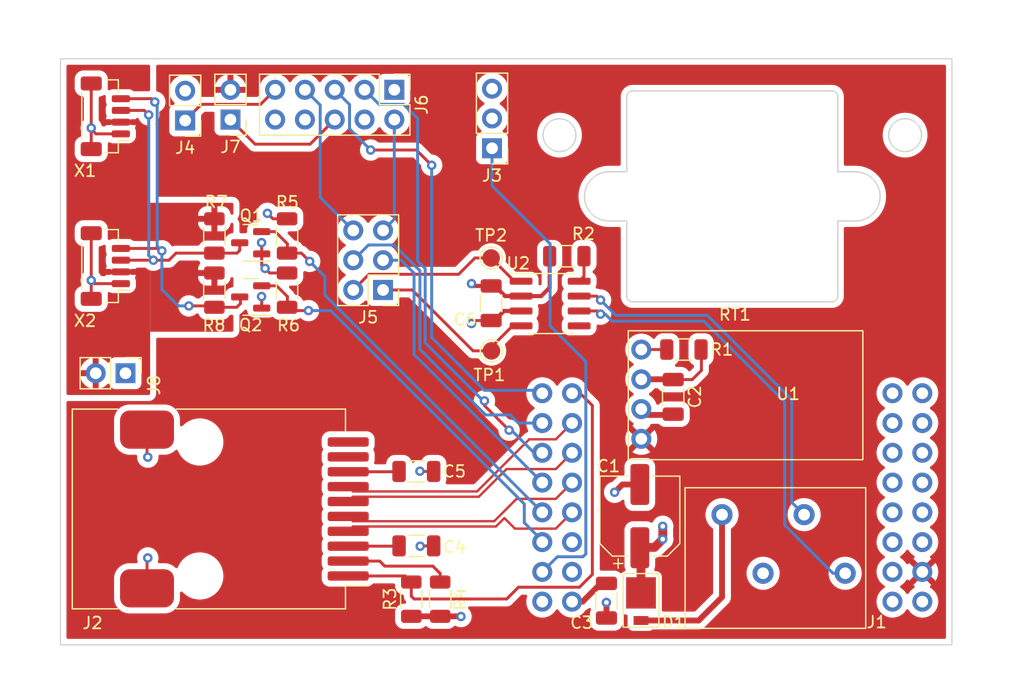
<source format=kicad_pcb>
(kicad_pcb (version 20211014) (generator pcbnew)
  (layers (0 "F.Cu" signal) (1 "In1.Cu" signal) (2 "In2.Cu" signal) (31 "B.Cu" signal) (34 "B.Paste" user) (35 "F.Paste" user) (36 "B.SilkS" user "B.Silkscreen") (37 "F.SilkS" user "F.Silkscreen") (38 "B.Mask" user) (39 "F.Mask" user) (44 "Edge.Cuts" user))
  (net 0 "")
  (net 1 "GND")
  (net 2 "+3.3V")
  (net 3 "Net-(C4-Pad1)")
  (net 4 "Net-(C5-Pad1)")
  (net 5 "+12V")
  (net 6 "/ETH_LED")
  (net 7 "/ETH_TX_P")
  (net 8 "/ETH_TX_N")
  (net 9 "/ETH_RX_P")
  (net 10 "/ETH_RX_N")
  (net 13 "/CAN_H")
  (net 14 "/CAN_L")
  (net 15 "Net-(R1-Pad2)")
  (net 16 "Net-(R2-Pad1)")
  (net 17 "Net-(J4-Pad1)")
  (net 18 "/CAN_TX")
  (net 19 "/SPI_SS_CAN_RX")
  (net 20 "/CAN_RX")
  (net 21 "/SCL")
  (net 22 "/SDA")
  (net 23 "/AIN")
  (net 39 "+5V")
  (net 41 "/SPI_MISO_CAN_TX")
  (net 42 "/SPI_SS")
  (net 43 "/SPI_MISO")
  (net 44 "/SPI_SCLK")
  (net 46 "/SPI_MOSI")
  (net 47 "Net-(J6-Pad6)")
  (net 50 "/I2C_EXT_VDD")
  (net 51 "+BATT")
  (net 52 "/SCL_EXT")
  (net 53 "/SDA_EXT")
  (net 54 "/ETH_AN")
  (footprint "Capacitor_SMD:C_1206_3216Metric" (layer "F.Cu") (at 131.191 74.461 -90)
    (fp_text reference "C2" (at 0 -1.85 90) (layer "F.SilkS"))
    (fp_text value "10u" hide)
    (pad "1" smd roundrect (at -1.475 0 270) (size 1.15 1.8) (layers "F.Cu" "F.Paste" "F.Mask") (roundrect_rratio 0.217391) (net 5 "+12V"))
    (pad "2" smd roundrect (at 1.475 0 270) (size 1.15 1.8) (layers "F.Cu" "F.Paste" "F.Mask") (roundrect_rratio 0.217391) (net 1 "GND"))
  )
  (footprint "Package_TO_SOT_SMD:SOT-23" (layer "F.Cu") (at 95.1738 61.3114 180)
    (fp_text reference "Q1" (at -0.0508 2.3072) (layer "F.SilkS"))
    (fp_text value "BSS138" hide)
    (pad "1" smd roundrect (at -0.9375 -0.95 180) (size 1.475 0.6) (layers "F.Cu" "F.Paste" "F.Mask") (net 2 "+3.3V"))
    (pad "2" smd roundrect (at -0.9375 0.95 180) (size 1.475 0.6) (layers "F.Cu" "F.Paste" "F.Mask") (net 21 "/SCL"))
    (pad "3" smd roundrect (at 0.9375 0 180) (size 1.475 0.6) (layers "F.Cu" "F.Paste" "F.Mask") (net 52 "/SCL_EXT"))
  )
  (footprint "Resistor_SMD:R_1206_3216Metric" (layer "F.Cu") (at 132.1054 70.4224 180)
    (fp_text reference "R1" (at -3.2258 0) (layer "F.SilkS"))
    (fp_text value "10K" hide)
    (pad "1" smd roundrect (at -1.4625 0 180) (size 1.125 1.75) (layers "F.Cu" "F.Paste" "F.Mask") (roundrect_rratio 0.222222) (net 5 "+12V"))
    (pad "2" smd roundrect (at 1.4625 0 180) (size 1.125 1.75) (layers "F.Cu" "F.Paste" "F.Mask") (roundrect_rratio 0.222222) (net 15 "Net-(R1-Pad2)"))
  )
  (footprint "Capacitor_SMD:C_1206_3216Metric" (layer "F.Cu") (at 125.5014 91.8464 90)
    (fp_text reference "C3" (at -1.8796 -2.1082) (layer "F.SilkS"))
    (fp_text value "10u" hide)
    (pad "1" smd roundrect (at -1.475 0 90) (size 1.15 1.8) (layers "F.Cu" "F.Paste" "F.Mask") (roundrect_rratio 0.217391) (net 2 "+3.3V"))
    (pad "2" smd roundrect (at 1.475 0 90) (size 1.15 1.8) (layers "F.Cu" "F.Paste" "F.Mask") (roundrect_rratio 0.217391) (net 1 "GND"))
  )
  (footprint "Appreciate:RT1062" (layer "F.Cu") (at 136.2298 83.0404)
    (fp_text reference "RT1" (at 0.219 -15.6034 unlocked) (layer "F.SilkS"))
    (fp_text value "OPENMV_RT1602" hide)
    (fp_line (start 9 -27.78692) (end 10.5 -27.78692) (layer "Edge.Cuts") (width 0.12))
    (fp_line (start 10.5 -23.58692) (end 9 -23.58692) (layer "Edge.Cuts") (width 0.12))
    (fp_line (start -9 -23.58692) (end -9 -17.18692) (layer "Edge.Cuts") (width 0.12))
    (fp_line (start 9 -34.18692) (end 9 -27.78692) (layer "Edge.Cuts") (width 0.12))
    (fp_line (start -8.5 -34.68692) (end 8.5 -34.68692) (layer "Edge.Cuts") (width 0.12))
    (fp_line (start -8.5 -16.68692) (end 8.5 -16.68692) (layer "Edge.Cuts") (width 0.12))
    (fp_line (start -9 -23.58692) (end -10.5 -23.58692) (layer "Edge.Cuts") (width 0.12))
    (fp_line (start 9 -23.58692) (end 9 -17.18692) (layer "Edge.Cuts") (width 0.12))
    (fp_line (start -9 -34.18692) (end -9 -27.78692) (layer "Edge.Cuts") (width 0.12))
    (fp_line (start -9 -27.78692) (end -10.5 -27.78692) (layer "Edge.Cuts") (width 0.12))
    (fp_arc (start -9 -34.18692) (mid -8.853553 -34.540473) (end -8.5 -34.68692) (layer "Edge.Cuts") (width 0.12))
    (fp_arc (start -8.5 -16.68692) (mid -8.853553 -16.833367) (end -9 -17.18692) (layer "Edge.Cuts") (width 0.12))
    (fp_arc (start 8.5 -34.68692) (mid 8.85356 -34.540475) (end 9 -34.18692) (layer "Edge.Cuts") (width 0.12))
    (fp_arc (start -10.5 -23.58692) (mid -12.6 -25.68692) (end -10.5 -27.78692) (layer "Edge.Cuts") (width 0.12))
    (fp_arc (start 9 -17.18692) (mid 8.85356 -16.833354) (end 8.5 -16.68692) (layer "Edge.Cuts") (width 0.12))
    (fp_arc (start 10.5 -27.78692) (mid 12.6 -25.68692) (end 10.5 -23.58692) (layer "Edge.Cuts") (width 0.12))
    (fp_circle (center 14.732 -30.912) (end 16.132 -30.912) (layer "Edge.Cuts") (width 0.12) (fill none))
    (fp_circle (center -14.732 -30.912) (end -13.332 -30.912) (layer "Edge.Cuts") (width 0.12) (fill none))
    (pad "A1" thru_hole circle (at -16.2 -8.89) (size 1.7 1.7) (drill 1) (layers *.Cu *.Mask) (net 46 "/SPI_MOSI"))
    (pad "A2" thru_hole circle (at -16.2 -6.35) (size 1.7 1.7) (drill 1) (layers *.Cu *.Mask) (net 41 "/SPI_MISO_CAN_TX"))
    (pad "A3" thru_hole circle (at -16.2 -3.81) (size 1.7 1.7) (drill 1) (layers *.Cu *.Mask) (net 44 "/SPI_SCLK"))
    (pad "A4" thru_hole circle (at -16.2 -1.27) (size 1.7 1.7) (drill 1) (layers *.Cu *.Mask) (net 19 "/SPI_SS_CAN_RX"))
    (pad "A5" thru_hole circle (at -16.2 1.27) (size 1.7 1.7) (drill 1) (layers *.Cu *.Mask) (net 21 "/SCL"))
    (pad "A6" thru_hole circle (at -16.2 3.81) (size 1.7 1.7) (drill 1) (layers *.Cu *.Mask) (net 22 "/SDA"))
    (pad "A7" thru_hole circle (at -16.2 6.35) (size 1.7 1.7) (drill 1) (layers *.Cu *.Mask) (net 23 "/AIN"))
    (pad "A8" thru_hole circle (at -16.2 8.89) (size 1.7 1.7) (drill 1) (layers *.Cu *.Mask) (net 2 "+3.3V"))
    (pad "B1" thru_hole circle (at -13.66 -8.89) (size 1.7 1.7) (drill 1) (layers *.Cu *.Mask) (net 6 "/ETH_LED"))
    (pad "B2" thru_hole circle (at -13.66 -6.35) (size 1.7 1.7) (drill 1) (layers *.Cu *.Mask) (net 10 "/ETH_RX_N"))
    (pad "B3" thru_hole circle (at -13.66 -3.81) (size 1.7 1.7) (drill 1) (layers *.Cu *.Mask) (net 9 "/ETH_RX_P"))
    (pad "B4" thru_hole circle (at -13.66 -1.27) (size 1.7 1.7) (drill 1) (layers *.Cu *.Mask) (net 8 "/ETH_TX_N"))
    (pad "B5" thru_hole circle (at -13.66 1.27) (size 1.7 1.7) (drill 1) (layers *.Cu *.Mask) (net 7 "/ETH_TX_P"))
    (pad "B6" thru_hole circle (at -13.66 3.81) (size 1.7 1.7) (drill 1) (layers *.Cu *.Mask))
    (pad "B7" thru_hole circle (at -13.66 6.35) (size 1.7 1.7) (drill 1) (layers *.Cu *.Mask))
    (pad "B8" thru_hole circle (at -13.66 8.89) (size 1.7 1.7) (drill 1) (layers *.Cu *.Mask) (net 1 "GND"))
    (pad "C1" thru_hole circle (at 13.66 -8.89) (size 1.7 1.7) (drill 1) (layers *.Cu *.Mask))
    (pad "C2" thru_hole circle (at 13.66 -6.35) (size 1.7 1.7) (drill 1) (layers *.Cu *.Mask))
    (pad "C3" thru_hole circle (at 13.66 -3.81) (size 1.7 1.7) (drill 1) (layers *.Cu *.Mask))
    (pad "C4" thru_hole circle (at 13.66 -1.27) (size 1.7 1.7) (drill 1) (layers *.Cu *.Mask))
    (pad "C5" thru_hole circle (at 13.66 1.27) (size 1.7 1.7) (drill 1) (layers *.Cu *.Mask))
    (pad "C6" thru_hole circle (at 13.66 3.81) (size 1.7 1.7) (drill 1) (layers *.Cu *.Mask))
    (pad "C7" thru_hole circle (at 13.66 6.35) (size 1.7 1.7) (drill 1) (layers *.Cu *.Mask))
    (pad "C8" thru_hole circle (at 13.66 8.89) (size 1.7 1.7) (drill 1) (layers *.Cu *.Mask) (net 2 "+3.3V"))
    (pad "D1" thru_hole circle (at 16.2 -8.89) (size 1.7 1.7) (drill 1) (layers *.Cu *.Mask))
    (pad "D2" thru_hole circle (at 16.2 -6.35) (size 1.7 1.7) (drill 1) (layers *.Cu *.Mask))
    (pad "D3" thru_hole circle (at 16.2 -3.81) (size 1.7 1.7) (drill 1) (layers *.Cu *.Mask))
    (pad "D4" thru_hole circle (at 16.2 -1.27) (size 1.7 1.7) (drill 1) (layers *.Cu *.Mask))
    (pad "D5" thru_hole circle (at 16.2 1.27) (size 1.7 1.7) (drill 1) (layers *.Cu *.Mask))
    (pad "D6" thru_hole circle (at 16.2 3.81) (size 1.7 1.7) (drill 1) (layers *.Cu *.Mask))
    (pad "D7" thru_hole circle (at 16.2 6.35) (size 1.7 1.7) (drill 1) (layers *.Cu *.Mask) (net 39 "+5V"))
    (pad "D8" thru_hole circle (at 16.2 8.89) (size 1.7 1.7) (drill 1) (layers *.Cu *.Mask) (net 1 "GND"))
  )
  (footprint "Resistor_SMD:R_1206_3216Metric" (layer "F.Cu") (at 98.2726 65.3542 -90)
    (fp_text reference "R6" (at 2.9972 -0.127 180) (layer "F.SilkS"))
    (fp_text value "10K" hide)
    (pad "1" smd roundrect (at -1.4625 0 270) (size 1.125 1.75) (layers "F.Cu" "F.Paste" "F.Mask") (roundrect_rratio 0.222222) (net 2 "+3.3V"))
    (pad "2" smd roundrect (at 1.4625 0 270) (size 1.125 1.75) (layers "F.Cu" "F.Paste" "F.Mask") (roundrect_rratio 0.222222) (net 22 "/SDA"))
  )
  (footprint "Capacitor_SMD:C_1206_3216Metric" (layer "F.Cu") (at 115.6716 66.4718 90)
    (fp_text reference "C6" (at -1.397 -2.2098) (layer "F.SilkS"))
    (fp_text value "0.1U" hide)
    (pad "1" smd roundrect (at -1.475 0 90) (size 1.15 1.8) (layers "F.Cu" "F.Paste" "F.Mask") (roundrect_rratio 0.217391) (net 2 "+3.3V"))
    (pad "2" smd roundrect (at 1.475 0 90) (size 1.15 1.8) (layers "F.Cu" "F.Paste" "F.Mask") (roundrect_rratio 0.217391) (net 1 "GND"))
  )
  (footprint "Resistor_SMD:R_1206_3216Metric" (layer "F.Cu") (at 98.2726 60.7314 -90)
    (fp_text reference "R5" (at -2.8702 -0.0254 180) (layer "F.SilkS"))
    (fp_text value "10K" hide)
    (pad "1" smd roundrect (at -1.4625 0 270) (size 1.125 1.75) (layers "F.Cu" "F.Paste" "F.Mask") (roundrect_rratio 0.222222) (net 2 "+3.3V"))
    (pad "2" smd roundrect (at 1.4625 0 270) (size 1.125 1.75) (layers "F.Cu" "F.Paste" "F.Mask") (roundrect_rratio 0.222222) (net 21 "/SCL"))
  )
  (footprint "Resistor_SMD:R_1206_3216Metric" (layer "F.Cu") (at 122.1232 62.4586 180)
    (fp_text reference "R2" (at -1.4117 1.905) (layer "F.SilkS"))
    (fp_text value "10K" hide)
    (pad "1" smd roundrect (at -1.4625 0 180) (size 1.125 1.75) (layers "F.Cu" "F.Paste" "F.Mask") (roundrect_rratio 0.222222) (net 16 "Net-(R2-Pad1)"))
    (pad "2" smd roundrect (at 1.4625 0 180) (size 1.125 1.75) (layers "F.Cu" "F.Paste" "F.Mask") (roundrect_rratio 0.222222) (net 1 "GND"))
  )
  (footprint "Resistor_SMD:R_1206_3216Metric" (layer "F.Cu") (at 111.3282 91.7194 90)
    (fp_text reference "R4" (at 0 1.7018 90) (layer "F.SilkS"))
    (fp_text value "220" hide)
    (pad "1" smd roundrect (at -1.4625 0 90) (size 1.125 1.75) (layers "F.Cu" "F.Paste" "F.Mask") (roundrect_rratio 0.222222) (net 2 "+3.3V"))
    (pad "2" smd roundrect (at 1.4625 0 90) (size 1.125 1.75) (layers "F.Cu" "F.Paste" "F.Mask") (roundrect_rratio 0.222222) (net 54 "/ETH_AN"))
  )
  (footprint "Connector_PinHeader_2.54mm:PinHeader_1x02_P2.54mm_Vertical" (layer "F.Cu") (at 84.5 72.4408 -90)
    (fp_text reference "J8" (at 1.016 -2.4334 90) (layer "F.SilkS"))
    (fp_text value "Conn_01x02" hide)
    (pad "1" thru_hole rect (at 0 0 270) (size 1.7 1.7) (drill 1) (layers *.Cu *.Mask) (net 2 "+3.3V"))
    (pad "2" thru_hole oval (at 0 2.54 270) (size 1.7 1.7) (drill 1) (layers *.Cu *.Mask) (net 50 "/I2C_EXT_VDD"))
  )
  (footprint "Capacitor_SMD:C_1206_3216Metric" (layer "F.Cu") (at 109.2962 87.1728)
    (fp_text reference "C4" (at 3.2512 0.1016) (layer "F.SilkS"))
    (fp_text value "0.1u" hide)
    (pad "1" smd roundrect (at -1.475 0) (size 1.15 1.8) (layers "F.Cu" "F.Paste" "F.Mask") (roundrect_rratio 0.217391) (net 3 "Net-(C4-Pad1)"))
    (pad "2" smd roundrect (at 1.475 0) (size 1.15 1.8) (layers "F.Cu" "F.Paste" "F.Mask") (roundrect_rratio 0.217391) (net 1 "GND"))
  )
  (footprint "Resistor_SMD:R_1206_3216Metric" (layer "F.Cu") (at 108.8644 91.7194 90)
    (fp_text reference "R3" (at 0 -1.82 90) (layer "F.SilkS"))
    (fp_text value "4K7" hide)
    (pad "1" smd roundrect (at -1.4625 0 90) (size 1.125 1.75) (layers "F.Cu" "F.Paste" "F.Mask") (roundrect_rratio 0.222222) (net 2 "+3.3V"))
    (pad "2" smd roundrect (at 1.4625 0 90) (size 1.125 1.75) (layers "F.Cu" "F.Paste" "F.Mask") (roundrect_rratio 0.222222) (net 6 "/ETH_LED"))
  )
  (footprint "Appreciate:DO-216" (layer "F.Cu") (at 128.4478 92.837 -90)
    (fp_text reference "D1" (at 0.8636 -2.7686 unlocked) (layer "F.SilkS"))
    (fp_text value "UPR20e3" hide)
    (pad "1" smd rect (at -1.655 0 270) (size 2.67 2.54) (layers "F.Cu" "F.Paste" "F.Mask") (net 5 "+12V"))
    (pad "2" smd rect (at 0.7 0 270) (size 0.76 1.27) (layers "F.Cu" "F.Paste" "F.Mask") (net 51 "+BATT"))
  )
  (footprint "Resistor_SMD:R_1206_3216Metric" (layer "F.Cu") (at 92.075 60.7314 -90)
    (fp_text reference "R7" (at -2.8956 -0.1524 180) (layer "F.SilkS"))
    (fp_text value "10K" hide)
    (pad "1" smd roundrect (at -1.4625 0 270) (size 1.125 1.75) (layers "F.Cu" "F.Paste" "F.Mask") (roundrect_rratio 0.222222) (net 50 "/I2C_EXT_VDD"))
    (pad "2" smd roundrect (at 1.4625 0 270) (size 1.125 1.75) (layers "F.Cu" "F.Paste" "F.Mask") (roundrect_rratio 0.222222) (net 52 "/SCL_EXT"))
  )
  (footprint "Connector_JST:JST_SH_BM04B-SRSS-TB_1x04-1MP_P1.00mm_Vertical" (layer "F.Cu") (at 82.7786 50.5206 90)
    (fp_text reference "X1" (at -4.6482 -1.7272 180) (layer "F.SilkS"))
    (fp_text value "STEMMA_I2C_QT" hide)
    (pad "1" smd roundrect (at -1.5 1.325 90) (size 0.6 1.55) (layers "F.Cu" "F.Paste" "F.Mask") (net 1 "GND"))
    (pad "2" smd roundrect (at -0.5 1.325 90) (size 0.6 1.55) (layers "F.Cu" "F.Paste" "F.Mask") (net 50 "/I2C_EXT_VDD"))
    (pad "3" smd roundrect (at 0.5 1.325 90) (size 0.6 1.55) (layers "F.Cu" "F.Paste" "F.Mask") (net 52 "/SCL_EXT"))
    (pad "4" smd roundrect (at 1.5 1.325 90) (size 0.6 1.55) (layers "F.Cu" "F.Paste" "F.Mask") (net 53 "/SDA_EXT"))
    (pad "MP" smd roundrect (at -2.8 -1.2 90) (size 1.2 1.8) (layers "F.Cu" "F.Paste" "F.Mask") (roundrect_rratio 0.208333) (net 1 "GND"))
    (pad "MP" smd roundrect (at 2.8 -1.2 90) (size 1.2 1.8) (layers "F.Cu" "F.Paste" "F.Mask") (roundrect_rratio 0.208333) (net 1 "GND"))
  )
  (footprint "Capacitor_SMD:C_1206_3216Metric" (layer "F.Cu") (at 109.2962 80.8228)
    (fp_text reference "C5" (at 3.2512 0) (layer "F.SilkS"))
    (fp_text value "0.1u" hide)
    (pad "1" smd roundrect (at -1.475 0) (size 1.15 1.8) (layers "F.Cu" "F.Paste" "F.Mask") (roundrect_rratio 0.217391) (net 4 "Net-(C5-Pad1)"))
    (pad "2" smd roundrect (at 1.475 0) (size 1.15 1.8) (layers "F.Cu" "F.Paste" "F.Mask") (roundrect_rratio 0.217391) (net 1 "GND"))
  )
  (footprint "Connector_JST:JST_SH_BM04B-SRSS-TB_1x04-1MP_P1.00mm_Vertical" (layer "F.Cu") (at 82.7786 63.2968 90)
    (fp_text reference "X2" (at -4.6736 -1.7272 180) (layer "F.SilkS"))
    (fp_text value "STEMMA_I2C_QT" hide)
    (pad "1" smd roundrect (at -1.5 1.325 90) (size 0.6 1.55) (layers "F.Cu" "F.Paste" "F.Mask") (net 1 "GND"))
    (pad "2" smd roundrect (at -0.5 1.325 90) (size 0.6 1.55) (layers "F.Cu" "F.Paste" "F.Mask") (net 50 "/I2C_EXT_VDD"))
    (pad "3" smd roundrect (at 0.5 1.325 90) (size 0.6 1.55) (layers "F.Cu" "F.Paste" "F.Mask") (net 52 "/SCL_EXT"))
    (pad "4" smd roundrect (at 1.5 1.325 90) (size 0.6 1.55) (layers "F.Cu" "F.Paste" "F.Mask") (net 53 "/SDA_EXT"))
    (pad "MP" smd roundrect (at 2.8 -1.2 90) (size 1.2 1.8) (layers "F.Cu" "F.Paste" "F.Mask") (roundrect_rratio 0.208333) (net 1 "GND"))
    (pad "MP" smd roundrect (at -2.8 -1.2 90) (size 1.2 1.8) (layers "F.Cu" "F.Paste" "F.Mask") (roundrect_rratio 0.208333) (net 1 "GND"))
  )
  (footprint "Package_SO:SOIC-8_3.9x4.9mm_P1.27mm" (layer "F.Cu") (at 120.7008 66.4972)
    (fp_text reference "U2" (at -2.7178 -3.429) (layer "F.SilkS"))
    (fp_text value "SN65HVD230" hide)
    (pad "1" smd roundrect (at -2.475 -1.905) (size 1.95 0.6) (layers "F.Cu" "F.Paste" "F.Mask") (net 18 "/CAN_TX"))
    (pad "2" smd roundrect (at -2.475 -0.635) (size 1.95 0.6) (layers "F.Cu" "F.Paste" "F.Mask") (net 1 "GND"))
    (pad "3" smd roundrect (at -2.475 0.635) (size 1.95 0.6) (layers "F.Cu" "F.Paste" "F.Mask") (net 2 "+3.3V"))
    (pad "4" smd roundrect (at -2.475 1.905) (size 1.95 0.6) (layers "F.Cu" "F.Paste" "F.Mask") (net 20 "/CAN_RX"))
    (pad "5" smd roundrect (at 2.475 1.905) (size 1.95 0.6) (layers "F.Cu" "F.Paste" "F.Mask"))
    (pad "6" smd roundrect (at 2.475 0.635) (size 1.95 0.6) (layers "F.Cu" "F.Paste" "F.Mask") (net 14 "/CAN_L"))
    (pad "7" smd roundrect (at 2.475 -0.635) (size 1.95 0.6) (layers "F.Cu" "F.Paste" "F.Mask") (net 13 "/CAN_H"))
    (pad "8" smd roundrect (at 2.475 -1.905) (size 1.95 0.6) (layers "F.Cu" "F.Paste" "F.Mask") (net 16 "Net-(R2-Pad1)"))
  )
  (footprint "TestPoint:TestPoint_Pad_D1.5mm" (layer "F.Cu") (at 115.697 70.5358 180)
    (fp_text reference "TP1" (at 0.1746 -2.0574) (layer "F.SilkS"))
    (fp_text value "RX" hide)
    (pad "1" smd circle (at 0 0 180) (size 1.5 1.5) (layers "F.Cu" "F.Mask") (net 20 "/CAN_RX"))
  )
  (footprint "TestPoint:TestPoint_Pad_D1.5mm" (layer "F.Cu") (at 115.6716 62.611 180)
    (fp_text reference "TP2" (at 0 1.9304) (layer "F.SilkS"))
    (fp_text value "TX" hide)
    (pad "1" smd circle (at 0 0 180) (size 1.5 1.5) (layers "F.Cu" "F.Mask") (net 18 "/CAN_TX"))
  )
  (footprint "Appreciate:WAGO 250-204" (layer "F.Cu") (at 133.6548 94.2086)
    (fp_text reference "J1" (at 14.8844 -0.5334 unlocked) (layer "F.SilkS"))
    (fp_text value "WAGO_250-204" hide)
    (pad "1" thru_hole circle (at 1.7 -9.7) (size 1.8 1.8) (drill 1) (layers *.Cu *.Mask) (net 51 "+BATT"))
    (pad "2" thru_hole circle (at 5.2 -4.7) (size 1.8 1.8) (drill 1) (layers *.Cu *.Mask) (net 1 "GND"))
    (pad "3" thru_hole circle (at 8.7 -9.7) (size 1.8 1.8) (drill 1) (layers *.Cu *.Mask) (net 13 "/CAN_H"))
    (pad "4" thru_hole circle (at 12.2 -4.7) (size 1.8 1.8) (drill 1) (layers *.Cu *.Mask) (net 14 "/CAN_L"))
  )
  (footprint "Connector_PinHeader_2.54mm:PinHeader_1x02_P2.54mm_Vertical" (layer "F.Cu") (at 93.4466 50.805 180)
    (fp_text reference "J7" (at 0 -2.33) (layer "F.SilkS"))
    (fp_text value "Conn_01x02" hide)
    (pad "1" thru_hole rect (at 0 0 180) (size 1.7 1.7) (drill 1) (layers *.Cu *.Mask) (net 47 "Net-(J6-Pad6)"))
    (pad "2" thru_hole oval (at 0 2.54 180) (size 1.7 1.7) (drill 1) (layers *.Cu *.Mask) (net 39 "+5V"))
  )
  (footprint "Connector_PinHeader_2.54mm:PinHeader_2x03_P2.54mm_Vertical" (layer "F.Cu") (at 106.4564 65.3392 180)
    (fp_text reference "J5" (at 1.27 -2.33) (layer "F.SilkS"))
    (fp_text value "Conn_02x03_Odd_Even" hide)
    (pad "1" thru_hole rect (at 0 0 180) (size 1.7 1.7) (drill 1) (layers *.Cu *.Mask) (net 20 "/CAN_RX"))
    (pad "2" thru_hole oval (at 2.54 0 180) (size 1.7 1.7) (drill 1) (layers *.Cu *.Mask) (net 18 "/CAN_TX"))
    (pad "3" thru_hole oval (at 0 2.54 180) (size 1.7 1.7) (drill 1) (layers *.Cu *.Mask) (net 19 "/SPI_SS_CAN_RX"))
    (pad "4" thru_hole oval (at 2.54 2.54 180) (size 1.7 1.7) (drill 1) (layers *.Cu *.Mask) (net 41 "/SPI_MISO_CAN_TX"))
    (pad "5" thru_hole oval (at 0 5.08 180) (size 1.7 1.7) (drill 1) (layers *.Cu *.Mask) (net 42 "/SPI_SS"))
    (pad "6" thru_hole oval (at 2.54 5.08 180) (size 1.7 1.7) (drill 1) (layers *.Cu *.Mask) (net 43 "/SPI_MISO"))
  )
  (footprint "Appreciate:Weewooday-820" (layer "F.Cu") (at 133.5532 74.2324)
    (fp_text reference "U1" (at 7.4422 -0.0254 unlocked) (layer "F.SilkS"))
    (fp_text value "Weewooday-820" hide)
    (pad "1" thru_hole circle (at -5.08 -3.81) (size 1.7 1.7) (drill 1) (layers *.Cu *.Mask) (net 15 "Net-(R1-Pad2)"))
    (pad "2" thru_hole circle (at -5.08 -1.27) (size 1.7 1.7) (drill 1) (layers *.Cu *.Mask) (net 5 "+12V"))
    (pad "3" thru_hole circle (at -5.08 1.27) (size 1.7 1.7) (drill 1) (layers *.Cu *.Mask) (net 1 "GND"))
    (pad "4" thru_hole circle (at -5.08 3.81) (size 1.7 1.7) (drill 1) (layers *.Cu *.Mask) (net 39 "+5V"))
  )
  (footprint "Connector_PinHeader_2.54mm:PinHeader_1x02_P2.54mm_Vertical" (layer "F.Cu") (at 89.5858 50.8812 180)
    (fp_text reference "J4" (at 0 -2.33) (layer "F.SilkS"))
    (fp_text value "Conn_01x02" hide)
    (pad "1" thru_hole rect (at 0 0 180) (size 1.7 1.7) (drill 1) (layers *.Cu *.Mask) (net 17 "Net-(J4-Pad1)"))
    (pad "2" thru_hole oval (at 0 2.54 180) (size 1.7 1.7) (drill 1) (layers *.Cu *.Mask) (net 2 "+3.3V"))
  )
  (footprint "Capacitor_SMD:CP_Elec_6.3x7.7" (layer "F.Cu") (at 128.3462 84.6328 90)
    (fp_text reference "C1" (at 4.2672 -2.667 180) (layer "F.SilkS"))
    (fp_text value "220u" hide)
    (pad "1" smd roundrect (at -2.7 0 90) (size 3.5 1.6) (layers "F.Cu" "F.Paste" "F.Mask") (roundrect_rratio 0.15625) (net 5 "+12V"))
    (pad "2" smd roundrect (at 2.7 0 90) (size 3.5 1.6) (layers "F.Cu" "F.Paste" "F.Mask") (roundrect_rratio 0.15625) (net 1 "GND"))
  )
  (footprint "Connector_PinHeader_2.54mm:PinHeader_1x03_P2.54mm_Vertical" (layer "F.Cu") (at 115.7478 53.2488 180)
    (fp_text reference "J3" (at 0 -2.33) (layer "F.SilkS"))
    (fp_text value "Conn_01x03" hide)
    (pad "1" thru_hole rect (at 0 0 180) (size 1.7 1.7) (drill 1) (layers *.Cu *.Mask) (net 23 "/AIN"))
    (pad "2" thru_hole oval (at 0 2.54 180) (size 1.7 1.7) (drill 1) (layers *.Cu *.Mask) (net 2 "+3.3V"))
    (pad "3" thru_hole oval (at 0 5.08 180) (size 1.7 1.7) (drill 1) (layers *.Cu *.Mask) (net 1 "GND"))
  )
  (footprint "Connector_RJ:RJ45_Pulse_JXD6-0001NL_Horizontal" (layer "F.Cu") (at 91.6092 84.0232 180)
    (fp_text reference "J2" (at 9.9228 -9.7282) (layer "F.SilkS"))
    (fp_text value "Pulse_JXD6-0001NL" hide)
    (pad "" np_thru_hole circle (at 0.775 -5.715 180) (size 3 3) (drill 3) (layers *.Cu *.Mask))
    (pad "" np_thru_hole circle (at 0.775 5.715 180) (size 3 3) (drill 3) (layers *.Cu *.Mask))
    (pad "1" smd roundrect (at -11.875 -5.715 180) (size 3.5 0.8) (layers "F.Cu" "F.Paste" "F.Mask") (net 6 "/ETH_LED"))
    (pad "2" smd roundrect (at -11.875 -4.445 180) (size 3.5 0.8) (layers "F.Cu" "F.Paste" "F.Mask") (net 54 "/ETH_AN"))
    (pad "3" smd roundrect (at -11.875 -3.175 180) (size 3.5 0.8) (layers "F.Cu" "F.Paste" "F.Mask") (net 3 "Net-(C4-Pad1)"))
    (pad "4" smd roundrect (at -11.875 -1.905 180) (size 3.5 0.8) (layers "F.Cu" "F.Paste" "F.Mask") (net 7 "/ETH_TX_P"))
    (pad "5" smd roundrect (at -11.875 -0.635 180) (size 3.5 0.8) (layers "F.Cu" "F.Paste" "F.Mask") (net 8 "/ETH_TX_N"))
    (pad "6" smd roundrect (at -11.875 0.635 180) (size 3.5 0.8) (layers "F.Cu" "F.Paste" "F.Mask") (net 9 "/ETH_RX_P"))
    (pad "7" smd roundrect (at -11.875 1.905 180) (size 3.5 0.8) (layers "F.Cu" "F.Paste" "F.Mask") (net 10 "/ETH_RX_N"))
    (pad "8" smd roundrect (at -11.875 3.175 180) (size 3.5 0.8) (layers "F.Cu" "F.Paste" "F.Mask") (net 4 "Net-(C5-Pad1)"))
    (pad "9" smd roundrect (at -11.875 4.445 180) (size 3.5 0.8) (layers "F.Cu" "F.Paste" "F.Mask"))
    (pad "10" smd roundrect (at -11.875 5.715 180) (size 3.5 0.8) (layers "F.Cu" "F.Paste" "F.Mask"))
    (pad "SH" smd roundrect (at 5.275 6.77 180) (size 4.6 3.26) (layers "F.Cu" "F.Paste" "F.Mask") (net 1 "GND"))
    (pad "SH" smd roundrect (at 5.275 -6.77 180) (size 4.6 3.26) (layers "F.Cu" "F.Paste" "F.Mask") (net 1 "GND"))
  )
  (footprint "Connector_PinHeader_2.54mm:PinHeader_2x05_P2.54mm_Vertical" (layer "F.Cu") (at 107.4166 48.26 -90)
    (fp_text reference "J6" (at 1.27 -2.33 90) (layer "F.SilkS"))
    (fp_text value "Conn_02x05_Odd_Even" hide)
    (pad "1" thru_hole rect (at 0 0 270) (size 1.7 1.7) (drill 1) (layers *.Cu *.Mask) (net 1 "GND"))
    (pad "2" thru_hole oval (at 2.54 0 270) (size 1.7 1.7) (drill 1) (layers *.Cu *.Mask) (net 42 "/SPI_SS"))
    (pad "3" thru_hole oval (at 0 2.54 270) (size 1.7 1.7) (drill 1) (layers *.Cu *.Mask) (net 44 "/SPI_SCLK"))
    (pad "4" thru_hole oval (at 2.54 2.54 270) (size 1.7 1.7) (drill 1) (layers *.Cu *.Mask))
    (pad "5" thru_hole oval (at 0 5.08 270) (size 1.7 1.7) (drill 1) (layers *.Cu *.Mask) (net 46 "/SPI_MOSI"))
    (pad "6" thru_hole oval (at 2.54 5.08 270) (size 1.7 1.7) (drill 1) (layers *.Cu *.Mask) (net 47 "Net-(J6-Pad6)"))
    (pad "7" thru_hole oval (at 0 7.62 270) (size 1.7 1.7) (drill 1) (layers *.Cu *.Mask) (net 43 "/SPI_MISO"))
    (pad "8" thru_hole oval (at 2.54 7.62 270) (size 1.7 1.7) (drill 1) (layers *.Cu *.Mask))
    (pad "9" thru_hole oval (at 0 10.16 270) (size 1.7 1.7) (drill 1) (layers *.Cu *.Mask) (net 17 "Net-(J4-Pad1)"))
    (pad "10" thru_hole oval (at 2.54 10.16 270) (size 1.7 1.7) (drill 1) (layers *.Cu *.Mask))
  )
  (footprint "Resistor_SMD:R_1206_3216Metric" (layer "F.Cu") (at 92.075 65.3542 -90)
    (fp_text reference "R8" (at 2.9972 0.0254 180) (layer "F.SilkS"))
    (fp_text value "10K" hide)
    (pad "1" smd roundrect (at -1.4625 0 270) (size 1.125 1.75) (layers "F.Cu" "F.Paste" "F.Mask") (roundrect_rratio 0.222222) (net 50 "/I2C_EXT_VDD"))
    (pad "2" smd roundrect (at 1.4625 0 270) (size 1.125 1.75) (layers "F.Cu" "F.Paste" "F.Mask") (roundrect_rratio 0.222222) (net 53 "/SDA_EXT"))
  )
  (footprint "Package_TO_SOT_SMD:SOT-23" (layer "F.Cu") (at 95.1738 65.9342 180)
    (fp_text reference "Q2" (at 0 -2.4) (layer "F.SilkS"))
    (fp_text value "BSS138" hide)
    (pad "1" smd roundrect (at -0.9375 -0.95 180) (size 1.475 0.6) (layers "F.Cu" "F.Paste" "F.Mask") (net 2 "+3.3V"))
    (pad "2" smd roundrect (at -0.9375 0.95 180) (size 1.475 0.6) (layers "F.Cu" "F.Paste" "F.Mask") (net 22 "/SDA"))
    (pad "3" smd roundrect (at 0.9375 0 180) (size 1.475 0.6) (layers "F.Cu" "F.Paste" "F.Mask") (net 53 "/SDA_EXT"))
  )
  (gr_rect (start 78.9574 45.615) (end 154.9574 95.615) (layer "Edge.Cuts") (width 0.1) (fill none))
  (segment (start 86.3342 77.2532) (end 86.3342 79.5342) (width 0.25) (layer "F.Cu") (net 1))
  (segment (start 115.6716 64.9968) (end 114.1968 64.9968) (width 0.35) (layer "F.Cu") (net 1))
  (segment (start 131.127 76) (end 131.191 75.936) (width 0.5) (layer "F.Cu") (net 1))
  (segment (start 128.5024 75.5024) (end 129 76) (width 0.5) (layer "F.Cu") (net 1))
  (segment (start 84.1036 64.7968) (end 81.854 64.7968) (width 0.25) (layer "F.Cu") (net 1))
  (segment (start 86.3342 88.2658) (end 86.4 88.2) (width 0.25) (layer "F.Cu") (net 1))
  (segment (start 126.8672 81.9328) (end 126.2 82.6) (width 0.5) (layer "F.Cu") (net 1))
  (segment (start 86.3342 79.5342) (end 86.4 79.6) (width 0.25) (layer "F.Cu") (net 1))
  (segment (start 81.5786 64.5214) (end 81.5786 66.0968) (width 0.25) (layer "F.Cu") (net 1))
  (segment (start 128.3462 81.9328) (end 126.8672 81.9328) (width 0.5) (layer "F.Cu") (net 1))
  (segment (start 81.5786 51.5214) (end 81.5786 51.6214) (width 0.25) (layer "F.Cu") (net 1))
  (segment (start 123.4696 91.9304) (end 125.0286 90.3714) (width 0.5) (layer "F.Cu") (net 1))
  (segment (start 129 76) (end 131.127 76) (width 0.5) (layer "F.Cu") (net 1))
  (segment (start 109.6517 87.1728) (end 109.6245 87.2) (width 0.25) (layer "F.Cu") (net 1))
  (segment (start 115.6716 64.9968) (end 115.9968 64.9968) (width 0.35) (layer "F.Cu") (net 1))
  (segment (start 86.3342 90.7932) (end 86.3342 88.2658) (width 0.25) (layer "F.Cu") (net 1))
  (segment (start 122.5698 91.9304) (end 123.4696 91.9304) (width 0.5) (layer "F.Cu") (net 1))
  (segment (start 110.7712 87.1728) (end 109.6517 87.1728) (width 0.25) (layer "F.Cu") (net 1))
  (segment (start 128.4732 75.5024) (end 128.5024 75.5024) (width 0.25) (layer "F.Cu") (net 1))
  (segment (start 125.0286 90.3714) (end 125.5014 90.3714) (width 0.5) (layer "F.Cu") (net 1))
  (segment (start 81.5786 51.6214) (end 81.5786 53.3206) (width 0.25) (layer "F.Cu") (net 1))
  (segment (start 120.6607 62.4586) (end 120.6607 65.1393) (width 0.35) (layer "F.Cu") (net 1))
  (segment (start 119.9378 65.8622) (end 118.2258 65.8622) (width 0.35) (layer "F.Cu") (net 1))
  (segment (start 84.1036 52.0206) (end 81.9778 52.0206) (width 0.25) (layer "F.Cu") (net 1))
  (segment (start 81.9778 52.0206) (end 81.5786 51.6214) (width 0.25) (layer "F.Cu") (net 1))
  (segment (start 114.1968 64.9968) (end 114 64.8) (width 0.25) (layer "F.Cu") (net 1))
  (segment (start 81.5786 47.7206) (end 81.5786 51.5214) (width 0.25) (layer "F.Cu") (net 1))
  (segment (start 81.5786 60.4968) (end 81.5786 64.5214) (width 0.25) (layer "F.Cu") (net 1))
  (segment (start 120.6607 65.1393) (end 119.9378 65.8622) (width 0.35) (layer "F.Cu") (net 1))
  (segment (start 110.7712 80.8228) (end 109.6228 80.8228) (width 0.25) (layer "F.Cu") (net 1))
  (segment (start 109.6228 80.8228) (end 109.6 80.8) (width 0.25) (layer "F.Cu") (net 1))
  (segment (start 115.9968 64.9968) (end 116.8622 65.8622) (width 0.35) (layer "F.Cu") (net 1))
  (segment (start 116.8622 65.8622) (end 118.2258 65.8622) (width 0.35) (layer "F.Cu") (net 1))
  (segment (start 81.854 64.7968) (end 81.5786 64.5214) (width 0.25) (layer "F.Cu") (net 1))
  (via (at 109.6245 87.2) (size 0.8) (drill 0.4) (layers "F.Cu" "B.Cu") (net 1))
  (via (at 81.5786 51.5214) (size 0.8) (drill 0.4) (layers "F.Cu" "B.Cu") (net 1))
  (via (at 81.5786 64.5214) (size 0.8) (drill 0.4) (layers "F.Cu" "B.Cu") (net 1))
  (via (at 86.4 79.6) (size 0.8) (drill 0.4) (layers "F.Cu" "B.Cu") (net 1))
  (via (at 86.4 88.2) (size 0.8) (drill 0.4) (layers "F.Cu" "B.Cu") (net 1))
  (via (at 126.2 82.6) (size 0.8) (drill 0.4) (layers "F.Cu" "B.Cu") (net 1))
  (via (at 109.6 80.8) (size 0.8) (drill 0.4) (layers "F.Cu" "B.Cu") (net 1))
  (via (at 114 64.8) (size 0.8) (drill 0.4) (layers "F.Cu" "B.Cu") (net 1))
  (segment (start 111.3282 93.1819) (end 113.0819 93.1819) (width 0.5) (layer "F.Cu") (net 2))
  (segment (start 97.0689 59.2689) (end 96.6 58.8) (width 0.25) (layer "F.Cu") (net 2))
  (segment (start 116.7678 67.1322) (end 115.9532 67.9468) (width 0.35) (layer "F.Cu") (net 2))
  (segment (start 115.9532 67.9468) (end 115.6716 67.9468) (width 0.35) (layer "F.Cu") (net 2))
  (segment (start 115.6716 67.9468) (end 114.2532 67.9468) (width 0.25) (layer "F.Cu") (net 2))
  (segment (start 96.1113 62.2614) (end 96.1113 63.2113) (width 0.25) (layer "F.Cu") (net 2))
  (segment (start 96.1113 65.9113) (end 96.1 65.9) (width 0.25) (layer "F.Cu") (net 2))
  (segment (start 113.0819 93.1819) (end 113.1 93.2) (width 0.5) (layer "F.Cu") (net 2))
  (segment (start 96.1113 62.2614) (end 96.1113 61.3113) (width 0.25) (layer "F.Cu") (net 2))
  (segment (start 125.5014 93.3214) (end 125.5014 92.0014) (width 0.5) (layer "F.Cu") (net 2))
  (segment (start 108.8644 93.1819) (end 111.3282 93.1819) (width 0.5) (layer "F.Cu") (net 2))
  (segment (start 96.7917 63.8917) (end 98.2726 63.8917) (width 0.25) (layer "F.Cu") (net 2))
  (segment (start 96.1113 63.2113) (end 96.4 63.5) (width 0.25) (layer "F.Cu") (net 2))
  (segment (start 114.2532 67.9468) (end 114 68.2) (width 0.25) (layer "F.Cu") (net 2))
  (segment (start 96.1113 61.3113) (end 96.1 61.3) (width 0.25) (layer "F.Cu") (net 2))
  (segment (start 125.5014 92.0014) (end 125.5 92) (width 0.25) (layer "F.Cu") (net 2))
  (segment (start 96.1113 66.8842) (end 96.1113 65.9113) (width 0.25) (layer "F.Cu") (net 2))
  (segment (start 118.2258 67.1322) (end 116.7678 67.1322) (width 0.35) (layer "F.Cu") (net 2))
  (segment (start 96.4 63.5) (end 96.7917 63.8917) (width 0.25) (layer "F.Cu") (net 2))
  (segment (start 98.2726 59.2689) (end 97.0689 59.2689) (width 0.25) (layer "F.Cu") (net 2))
  (via (at 96.1 61.3) (size 0.8) (drill 0.4) (layers "F.Cu" "B.Cu") (net 2))
  (via (at 96.6 58.8) (size 0.8) (drill 0.4) (layers "F.Cu" "B.Cu") (net 2))
  (via (at 114 68.2) (size 0.8) (drill 0.4) (layers "F.Cu" "B.Cu") (net 2))
  (via (at 125.5 92) (size 0.8) (drill 0.4) (layers "F.Cu" "B.Cu") (net 2))
  (via (at 113.1 93.2) (size 0.8) (drill 0.4) (layers "F.Cu" "B.Cu") (net 2))
  (via (at 96.4 63.5) (size 0.8) (drill 0.4) (layers "F.Cu" "B.Cu") (net 2))
  (via (at 96.1 65.9) (size 0.8) (drill 0.4) (layers "F.Cu" "B.Cu") (net 2))
  (segment (start 103.4842 87.1982) (end 107.7958 87.1982) (width 0.25) (layer "F.Cu") (net 3))
  (segment (start 107.7958 87.1982) (end 107.8212 87.1728) (width 0.25) (layer "F.Cu") (net 3))
  (segment (start 103.4842 80.8482) (end 107.7958 80.8482) (width 0.25) (layer "F.Cu") (net 4))
  (segment (start 107.7958 80.8482) (end 107.8212 80.8228) (width 0.25) (layer "F.Cu") (net 4))
  (segment (start 128.4732 72.9624) (end 129.8376 72.9624) (width 0.5) (layer "F.Cu") (net 5))
  (segment (start 128.379 87.3) (end 129.4 87.3) (width 0.75) (layer "F.Cu") (net 5))
  (segment (start 128.3462 87.3328) (end 128.4478 87.4344) (width 0.75) (layer "F.Cu") (net 5))
  (segment (start 131.191 72.986) (end 132.814 72.986) (width 0.25) (layer "F.Cu") (net 5))
  (segment (start 133.6 72.2) (end 133.6 70.4545) (width 0.25) (layer "F.Cu") (net 5))
  (segment (start 128.3462 87.3328) (end 128.379 87.3) (width 0.75) (layer "F.Cu") (net 5))
  (segment (start 129.6 87.3) (end 130.3 86.6) (width 0.75) (layer "F.Cu") (net 5))
  (segment (start 128.4478 87.4344) (end 128.4478 91.182) (width 0.75) (layer "F.Cu") (net 5))
  (segment (start 131.1674 72.9624) (end 131.191 72.986) (width 0.25) (layer "F.Cu") (net 5))
  (segment (start 129.8376 72.9624) (end 131.1674 72.9624) (width 0.25) (layer "F.Cu") (net 5))
  (segment (start 129.8376 72.9624) (end 131.1624 72.9624) (width 0.5) (layer "F.Cu") (net 5))
  (segment (start 133.6 70.4545) (end 133.5679 70.4224) (width 0.25) (layer "F.Cu") (net 5))
  (segment (start 129.4 87.3) (end 129.6 87.3) (width 0.75) (layer "F.Cu") (net 5))
  (segment (start 130.3 86.6) (end 130.3 85.5) (width 0.75) (layer "F.Cu") (net 5))
  (segment (start 132.814 72.986) (end 133.6 72.2) (width 0.25) (layer "F.Cu") (net 5))
  (via (at 130.3 86.6) (size 0.8) (drill 0.4) (layers "F.Cu" "B.Cu") (net 5))
  (via (at 130.3 85.5) (size 0.8) (drill 0.4) (layers "F.Cu" "B.Cu") (net 5))
  (segment (start 123.2 90.7) (end 124.3 89.6) (width 0.25) (layer "F.Cu") (net 6))
  (segment (start 109.1 91.7) (end 117 91.7) (width 0.25) (layer "F.Cu") (net 6))
  (segment (start 108.8644 91.4644) (end 109.1 91.7) (width 0.25) (layer "F.Cu") (net 6))
  (segment (start 108.8644 90.2569) (end 108.8644 91.4644) (width 0.25) (layer "F.Cu") (net 6))
  (segment (start 124.3 75.2) (end 123.2504 74.1504) (width 0.25) (layer "F.Cu") (net 6))
  (segment (start 124.3 89.6) (end 124.3 75.2) (width 0.25) (layer "F.Cu") (net 6))
  (segment (start 108.3457 89.7382) (end 108.8644 90.2569) (width 0.25) (layer "F.Cu") (net 6))
  (segment (start 123.2504 74.1504) (end 122.5698 74.1504) (width 0.25) (layer "F.Cu") (net 6))
  (segment (start 118 90.7) (end 123.2 90.7) (width 0.25) (layer "F.Cu") (net 6))
  (segment (start 103.4842 89.7382) (end 108.3457 89.7382) (width 0.25) (layer "F.Cu") (net 6))
  (segment (start 117 91.7) (end 118 90.7) (width 0.25) (layer "F.Cu") (net 6))
  (segment (start 116.8 84.8) (end 116.081799 85.518201) (width 0.2) (layer "F.Cu") (net 7))
  (segment (start 117.7004 85.7004) (end 116.8 84.8) (width 0.2) (layer "F.Cu") (net 7))
  (segment (start 121.1798 85.7004) (end 117.7004 85.7004) (width 0.2) (layer "F.Cu") (net 7))
  (segment (start 103.894199 85.518201) (end 103.4842 85.9282) (width 0.2) (layer "F.Cu") (net 7))
  (segment (start 116.081799 85.518201) (end 103.894199 85.518201) (width 0.2) (layer "F.Cu") (net 7))
  (segment (start 122.5698 84.3104) (end 121.1798 85.7004) (width 0.2) (layer "F.Cu") (net 7))
  (segment (start 122.5698 81.7704) (end 121.1798 83.1604) (width 0.2) (layer "F.Cu") (net 8))
  (segment (start 117.8396 83.1604) (end 115.931801 85.068199) (width 0.2) (layer "F.Cu") (net 8))
  (segment (start 121.1798 83.1604) (end 117.8396 83.1604) (width 0.2) (layer "F.Cu") (net 8))
  (segment (start 103.894199 85.068199) (end 103.4842 84.6582) (width 0.2) (layer "F.Cu") (net 8))
  (segment (start 115.931801 85.068199) (end 103.894199 85.068199) (width 0.2) (layer "F.Cu") (net 8))
  (segment (start 116.9796 80.6204) (end 114.621799 82.978201) (width 0.2) (layer "F.Cu") (net 9))
  (segment (start 122.5698 79.2304) (end 121.1798 80.6204) (width 0.2) (layer "F.Cu") (net 9))
  (segment (start 103.894199 82.978201) (end 103.4842 83.3882) (width 0.2) (layer "F.Cu") (net 9))
  (segment (start 121.1798 80.6204) (end 116.9796 80.6204) (width 0.2) (layer "F.Cu") (net 9))
  (segment (start 114.621799 82.978201) (end 103.894199 82.978201) (width 0.2) (layer "F.Cu") (net 9))
  (segment (start 103.4842 82.1182) (end 103.894199 82.528199) (width 0.2) (layer "F.Cu") (net 10))
  (segment (start 103.894199 82.528199) (end 114.471801 82.528199) (width 0.2) (layer "F.Cu") (net 10))
  (segment (start 118.9196 78.0804) (end 121.1798 78.0804) (width 0.2) (layer "F.Cu") (net 10))
  (segment (start 114.471801 82.528199) (end 118.9196 78.0804) (width 0.2) (layer "F.Cu") (net 10))
  (segment (start 121.1798 78.0804) (end 122.5698 76.6904) (width 0.2) (layer "F.Cu") (net 10))
  (segment (start 124.6622 65.8622) (end 125 66.2) (width 0.25) (layer "F.Cu") (net 13))
  (segment (start 123.1758 65.8622) (end 124.6622 65.8622) (width 0.25) (layer "F.Cu") (net 13))
  (via (at 125 66.2) (size 0.8) (drill 0.4) (layers "F.Cu" "B.Cu") (net 13))
  (segment (start 134.1 67.5) (end 141.3 74.7) (width 0.25) (layer "B.Cu") (net 13))
  (segment (start 141.3 74.7) (end 141.3 83.4538) (width 0.25) (layer "B.Cu") (net 13))
  (segment (start 125 66.2) (end 126.3 67.5) (width 0.25) (layer "B.Cu") (net 13))
  (segment (start 141.3 83.4538) (end 142.3548 84.5086) (width 0.25) (layer "B.Cu") (net 13))
  (segment (start 126.3 67.5) (end 134.1 67.5) (width 0.25) (layer "B.Cu") (net 13))
  (segment (start 123.1758 67.1322) (end 124.7322 67.1322) (width 0.25) (layer "F.Cu") (net 14))
  (segment (start 124.7322 67.1322) (end 125 67.4) (width 0.25) (layer "F.Cu") (net 14))
  (via (at 125 67.4) (size 0.8) (drill 0.4) (layers "F.Cu" "B.Cu") (net 14))
  (segment (start 140.7 74.9) (end 140.7 85.4) (width 0.25) (layer "B.Cu") (net 14))
  (segment (start 126 68) (end 133.8 68) (width 0.25) (layer "B.Cu") (net 14))
  (segment (start 144.8086 89.5086) (end 145.8548 89.5086) (width 0.25) (layer "B.Cu") (net 14))
  (segment (start 133.8 68) (end 140.7 74.9) (width 0.25) (layer "B.Cu") (net 14))
  (segment (start 125 67.4) (end 125.4 67.4) (width 0.25) (layer "B.Cu") (net 14))
  (segment (start 140.7 85.4) (end 144.8086 89.5086) (width 0.25) (layer "B.Cu") (net 14))
  (segment (start 125.4 67.4) (end 126 68) (width 0.25) (layer "B.Cu") (net 14))
  (segment (start 128.4732 70.4224) (end 130.6429 70.4224) (width 0.25) (layer "F.Cu") (net 15))
  (segment (start 123.5857 64.1823) (end 123.1758 64.5922) (width 0.25) (layer "F.Cu") (net 16))
  (segment (start 123.5857 62.4586) (end 123.5857 64.1823) (width 0.25) (layer "F.Cu") (net 16))
  (segment (start 97.2566 48.26) (end 96.0166 49.5) (width 0.25) (layer "F.Cu") (net 17))
  (segment (start 96.0166 49.5) (end 90.967 49.5) (width 0.25) (layer "F.Cu") (net 17))
  (segment (start 90.967 49.5) (end 89.5858 50.8812) (width 0.25) (layer "F.Cu") (net 17))
  (segment (start 117.6528 64.5922) (end 118.2258 64.5922) (width 0.25) (layer "F.Cu") (net 18))
  (segment (start 114.289 62.611) (end 115.6716 62.611) (width 0.25) (layer "F.Cu") (net 18))
  (segment (start 103.9164 65.3392) (end 105.2556 64) (width 0.25) (layer "F.Cu") (net 18))
  (segment (start 115.6716 62.611) (end 117.6528 64.5922) (width 0.25) (layer "F.Cu") (net 18))
  (segment (start 105.2556 64) (end 112.9 64) (width 0.25) (layer "F.Cu") (net 18))
  (segment (start 112.9 64) (end 114.289 62.611) (width 0.25) (layer "F.Cu") (net 18))
  (segment (start 120.0298 81.7704) (end 109.1 70.8406) (width 0.25) (layer "B.Cu") (net 19))
  (segment (start 109.1 70.8406) (end 109.1 63.9) (width 0.25) (layer "B.Cu") (net 19))
  (segment (start 107.9992 62.7992) (end 106.4564 62.7992) (width 0.25) (layer "B.Cu") (net 19))
  (segment (start 109.1 63.9) (end 107.9992 62.7992) (width 0.25) (layer "B.Cu") (net 19))
  (segment (start 117.4978 68.4022) (end 115.697 70.203) (width 0.25) (layer "F.Cu") (net 20))
  (segment (start 106.4564 65.3392) (end 108.9392 65.3392) (width 0.25) (layer "F.Cu") (net 20))
  (segment (start 115.697 70.203) (end 115.697 70.5358) (width 0.25) (layer "F.Cu") (net 20))
  (segment (start 108.9392 65.3392) (end 114.1358 70.5358) (width 0.25) (layer "F.Cu") (net 20))
  (segment (start 118.2258 68.4022) (end 117.4978 68.4022) (width 0.25) (layer "F.Cu") (net 20))
  (segment (start 114.1358 70.5358) (end 115.697 70.5358) (width 0.25) (layer "F.Cu") (net 20))
  (segment (start 100.2 62.9) (end 99.4939 62.1939) (width 0.25) (layer "F.Cu") (net 21))
  (segment (start 96.1113 60.3614) (end 97.2614 60.3614) (width 0.25) (layer "F.Cu") (net 21))
  (segment (start 99.4939 62.1939) (end 98.2726 62.1939) (width 0.25) (layer "F.Cu") (net 21))
  (segment (start 98.3 62.1665) (end 98.2726 62.1939) (width 0.25) (layer "F.Cu") (net 21))
  (segment (start 98.3 61.4) (end 98.3 62.1665) (width 0.25) (layer "F.Cu") (net 21))
  (segment (start 97.2614 60.3614) (end 98.3 61.4) (width 0.25) (layer "F.Cu") (net 21))
  (via (at 100.2 62.9) (size 0.8) (drill 0.4) (layers "F.Cu" "B.Cu") (net 21))
  (segment (start 101.5 65.7806) (end 101.5 64.2) (width 0.25) (layer "B.Cu") (net 21))
  (segment (start 101.5 64.2) (end 100.2 62.9) (width 0.25) (layer "B.Cu") (net 21))
  (segment (start 120.0298 84.3104) (end 101.5 65.7806) (width 0.25) (layer "B.Cu") (net 21))
  (segment (start 100.1 67.1) (end 98.5559 67.1) (width 0.25) (layer "F.Cu") (net 22))
  (segment (start 98.3 66.7893) (end 98.2726 66.8167) (width 0.25) (layer "F.Cu") (net 22))
  (segment (start 97.3842 64.9842) (end 98.3 65.9) (width 0.25) (layer "F.Cu") (net 22))
  (segment (start 96.1113 64.9842) (end 97.3842 64.9842) (width 0.25) (layer "F.Cu") (net 22))
  (segment (start 98.3 65.9) (end 98.3 66.7893) (width 0.25) (layer "F.Cu") (net 22))
  (segment (start 98.5559 67.1) (end 98.2726 66.8167) (width 0.25) (layer "F.Cu") (net 22))
  (via (at 100.1 67.1) (size 0.8) (drill 0.4) (layers "F.Cu" "B.Cu") (net 22))
  (segment (start 102 67.1) (end 100.1 67.1) (width 0.25) (layer "B.Cu") (net 22))
  (segment (start 120.0298 86.7298) (end 118.5 85.2) (width 0.25) (layer "B.Cu") (net 22))
  (segment (start 118.5 83.6) (end 102 67.1) (width 0.25) (layer "B.Cu") (net 22))
  (segment (start 120.0298 86.8504) (end 120.0298 86.7298) (width 0.25) (layer "B.Cu") (net 22))
  (segment (start 118.5 85.2) (end 118.5 83.6) (width 0.25) (layer "B.Cu") (net 22))
  (segment (start 123.5 88.1) (end 121.3202 88.1) (width 0.25) (layer "B.Cu") (net 23))
  (segment (start 123.7448 71.4448) (end 123.7448 87.8552) (width 0.25) (layer "B.Cu") (net 23))
  (segment (start 115.7478 56.4478) (end 120.7 61.4) (width 0.25) (layer "B.Cu") (net 23))
  (segment (start 120.7 68.4) (end 123.7448 71.4448) (width 0.25) (layer "B.Cu") (net 23))
  (segment (start 121.3202 88.1) (end 120.0298 89.3904) (width 0.25) (layer "B.Cu") (net 23))
  (segment (start 120.7 61.4) (end 120.7 68.4) (width 0.25) (layer "B.Cu") (net 23))
  (segment (start 123.7448 87.8552) (end 123.5 88.1) (width 0.25) (layer "B.Cu") (net 23))
  (segment (start 115.7478 53.2488) (end 115.7478 56.4478) (width 0.25) (layer "B.Cu") (net 23))
  (segment (start 117.9904 76.6904) (end 117.3 76) (width 0.25) (layer "B.Cu") (net 41))
  (segment (start 109.6 70.4) (end 109.6 63.7) (width 0.25) (layer "B.Cu") (net 41))
  (segment (start 109.6 63.7) (end 107.4 61.5) (width 0.25) (layer "B.Cu") (net 41))
  (segment (start 120.0298 76.6904) (end 117.9904 76.6904) (width 0.25) (layer "B.Cu") (net 41))
  (segment (start 107.4 61.5) (end 105.2156 61.5) (width 0.25) (layer "B.Cu") (net 41))
  (segment (start 115.2 76) (end 109.6 70.4) (width 0.25) (layer "B.Cu") (net 41))
  (segment (start 117.3 76) (end 115.2 76) (width 0.25) (layer "B.Cu") (net 41))
  (segment (start 105.2156 61.5) (end 103.9164 62.7992) (width 0.25) (layer "B.Cu") (net 41))
  (segment (start 107.4166 59.299) (end 106.4564 60.2592) (width 0.25) (layer "B.Cu") (net 42))
  (segment (start 107.4166 50.8) (end 107.4166 59.299) (width 0.25) (layer "B.Cu") (net 42))
  (segment (start 101.1 49.5634) (end 101.1 57.4428) (width 0.25) (layer "B.Cu") (net 43))
  (segment (start 99.7966 48.26) (end 101.1 49.5634) (width 0.25) (layer "B.Cu") (net 43))
  (segment (start 101.1 57.4428) (end 103.9164 60.2592) (width 0.25) (layer "B.Cu") (net 43))
  (segment (start 115.1 75.2) (end 117.2 77.3) (width 0.25) (layer "F.Cu") (net 44))
  (segment (start 115.1 74.8) (end 115.1 75.2) (width 0.25) (layer "F.Cu") (net 44))
  (via (at 115.1 74.8) (size 0.8) (drill 0.4) (layers "F.Cu" "B.Cu") (net 44))
  (via (at 117.2 77.3) (size 0.8) (drill 0.4) (layers "F.Cu" "B.Cu") (net 44))
  (segment (start 115 74.8) (end 110.05 69.85) (width 0.25) (layer "B.Cu") (net 44))
  (segment (start 117.4 77.3) (end 119.3304 79.2304) (width 0.25) (layer "B.Cu") (net 44))
  (segment (start 110.05 63.513604) (end 109.4 62.863604) (width 0.25) (layer "B.Cu") (net 44))
  (segment (start 109.4 50.7) (end 108.2 49.5) (width 0.25) (layer "B.Cu") (net 44))
  (segment (start 106.1166 49.5) (end 104.8766 48.26) (width 0.25) (layer "B.Cu") (net 44))
  (segment (start 115.1 74.8) (end 115 74.8) (width 0.25) (layer "B.Cu") (net 44))
  (segment (start 110.05 69.85) (end 110.05 63.513604) (width 0.25) (layer "B.Cu") (net 44))
  (segment (start 120.0298 79.2304) (end 119.3304 79.2304) (width 0.25) (layer "B.Cu") (net 44))
  (segment (start 108.2 49.5) (end 106.1166 49.5) (width 0.25) (layer "B.Cu") (net 44))
  (segment (start 109.4 62.863604) (end 109.4 50.7) (width 0.25) (layer "B.Cu") (net 44))
  (segment (start 117.4 77.3) (end 117.2 77.3) (width 0.25) (layer "B.Cu") (net 44))
  (segment (start 110.6 54.7) (end 109.3 53.4) (width 0.25) (layer "F.Cu") (net 46))
  (segment (start 109.3 53.4) (end 105.4 53.4) (width 0.25) (layer "F.Cu") (net 46))
  (via (at 110.6 54.7) (size 0.8) (drill 0.4) (layers "F.Cu" "B.Cu") (net 46))
  (via (at 105.4 53.4) (size 0.8) (drill 0.4) (layers "F.Cu" "B.Cu") (net 46))
  (segment (start 119.7794 73.9) (end 120.0298 74.1504) (width 0.25) (layer "B.Cu") (net 46))
  (segment (start 103.6 49.5234) (end 103.6 51.6) (width 0.25) (layer "B.Cu") (net 46))
  (segment (start 102.3366 48.26) (end 103.6 49.5234) (width 0.25) (layer "B.Cu") (net 46))
  (segment (start 110.6 54.7) (end 110.6 69.2) (width 0.25) (layer "B.Cu") (net 46))
  (segment (start 110.6 69.4) (end 115.1 73.9) (width 0.25) (layer "B.Cu") (net 46))
  (segment (start 103.6 51.6) (end 105.4 53.4) (width 0.25) (layer "B.Cu") (net 46))
  (segment (start 115.1 73.9) (end 119.7794 73.9) (width 0.25) (layer "B.Cu") (net 46))
  (segment (start 110.6 69.2) (end 110.6 69.4) (width 0.25) (layer "B.Cu") (net 46))
  (segment (start 93.4466 50.805) (end 95.5416 52.9) (width 0.25) (layer "F.Cu") (net 47))
  (segment (start 100.2366 52.9) (end 102.3366 50.8) (width 0.25) (layer "F.Cu") (net 47))
  (segment (start 95.5416 52.9) (end 100.2366 52.9) (width 0.25) (layer "F.Cu") (net 47))
  (segment (start 133.363 93.537) (end 128.4478 93.537) (width 0.5) (layer "F.Cu") (net 51))
  (segment (start 135.3548 91.5452) (end 133.363 93.537) (width 0.5) (layer "F.Cu") (net 51))
  (segment (start 135.3548 84.5086) (end 135.3548 91.5452) (width 0.5) (layer "F.Cu") (net 51))
  (segment (start 86.8755 62.8) (end 86.8723 62.7968) (width 0.25) (layer "F.Cu") (net 52))
  (segment (start 92.075 62.1939) (end 94.0061 62.1939) (width 0.25) (layer "F.Cu") (net 52))
  (segment (start 86.8723 62.7968) (end 84.1036 62.7968) (width 0.25) (layer "F.Cu") (net 52))
  (segment (start 94.2363 61.9637) (end 94.2363 61.3114) (width 0.25) (layer "F.Cu") (net 52))
  (segment (start 94.0061 62.1939) (end 94.2363 61.9637) (width 0.25) (layer "F.Cu") (net 52))
  (segment (start 86.8755 62.8) (end 88.2 62.8) (width 0.25) (layer "F.Cu") (net 52))
  (segment (start 88.2 62.8) (end 88.8061 62.1939) (width 0.25) (layer "F.Cu") (net 52))
  (segment (start 86.0961 50.0206) (end 84.1036 50.0206) (width 0.25) (layer "F.Cu") (net 52))
  (segment (start 88.8061 62.1939) (end 92.075 62.1939) (width 0.25) (layer "F.Cu") (net 52))
  (segment (start 86.4755 50.4) (end 86.0961 50.0206) (width 0.25) (layer "F.Cu") (net 52))
  (via (at 86.4755 50.4) (size 0.8) (drill 0.4) (layers "F.Cu" "B.Cu") (net 52))
  (via (at 86.8755 62.8) (size 0.8) (drill 0.4) (layers "F.Cu" "B.Cu") (net 52))
  (segment (start 86.4755 62.4) (end 86.4755 50.4) (width 0.25) (layer "B.Cu") (net 52))
  (segment (start 86.8755 62.8) (end 86.4755 62.4) (width 0.25) (layer "B.Cu") (net 52))
  (segment (start 92.075 66.8167) (end 93.9833 66.8167) (width 0.25) (layer "F.Cu") (net 53))
  (segment (start 94.3 65.9979) (end 94.2363 65.9342) (width 0.25) (layer "F.Cu") (net 53))
  (segment (start 93.9833 66.8167) (end 94.3 66.5) (width 0.25) (layer "F.Cu") (net 53))
  (segment (start 91.9583 66.7) (end 92.075 66.8167) (width 0.25) (layer "F.Cu") (net 53))
  (segment (start 86.7206 49.0206) (end 84.1036 49.0206) (width 0.25) (layer "F.Cu") (net 53))
  (segment (start 87 49.3) (end 86.7206 49.0206) (width 0.25) (layer "F.Cu") (net 53))
  (segment (start 89.9 66.7) (end 91.9583 66.7) (width 0.25) (layer "F.Cu") (net 53))
  (segment (start 87.3968 61.7968) (end 84.1036 61.7968) (width 0.25) (layer "F.Cu") (net 53))
  (segment (start 87.6 62) (end 87.3968 61.7968) (width 0.25) (layer "F.Cu") (net 53))
  (segment (start 94.3 66.5) (end 94.3 65.9979) (width 0.25) (layer "F.Cu") (net 53))
  (via (at 89.9 66.7) (size 0.8) (drill 0.4) (layers "F.Cu" "B.Cu") (net 53))
  (via (at 87.6 62) (size 0.8) (drill 0.4) (layers "F.Cu" "B.Cu") (net 53))
  (via (at 87 49.3) (size 0.8) (drill 0.4) (layers "F.Cu" "B.Cu") (net 53))
  (segment (start 87.6 62) (end 87.2 61.6) (width 0.25) (layer "B.Cu") (net 53))
  (segment (start 87.6 65.3) (end 89 66.7) (width 0.25) (layer "B.Cu") (net 53))
  (segment (start 87.6 62) (end 87.6 65.3) (width 0.25) (layer "B.Cu") (net 53))
  (segment (start 87.2 49.5) (end 87 49.3) (width 0.25) (layer "B.Cu") (net 53))
  (segment (start 89 66.7) (end 89.9 66.7) (width 0.25) (layer "B.Cu") (net 53))
  (segment (start 87.2 61.6) (end 87.2 49.5) (width 0.25) (layer "B.Cu") (net 53))
  (segment (start 111.3282 89.5282) (end 111.3282 90.2569) (width 0.25) (layer "F.Cu") (net 54))
  (segment (start 103.4842 88.4682) (end 106.1682 88.4682) (width 0.25) (layer "F.Cu") (net 54))
  (segment (start 106.1682 88.4682) (end 106.6 88.9) (width 0.25) (layer "F.Cu") (net 54))
  (segment (start 110.7 88.9) (end 111.3282 89.5282) (width 0.25) (layer "F.Cu") (net 54))
  (segment (start 106.6 88.9) (end 110.7 88.9) (width 0.25) (layer "F.Cu") (net 54))
  (zone (net 39) (net_name "+5V") (layer "F.Cu") (connect_pads (clearance 0.508)) (min_thickness 0.254) (fill yes (thermal_gap 0.508) (thermal_bridge_width 0.508))
    (polygon (pts (xy 161.1 99.5) (xy 73.8 99.5) (xy 73.8 40.6) (xy 161.1 40.6)))
  )
  (zone (net 50) (net_name "/I2C_EXT_VDD") (layer "F.Cu") (priority 2) (connect_pads (clearance 0.508)) (min_thickness 0.254) (fill yes (thermal_gap 0.508) (thermal_bridge_width 0.508))
    (polygon (pts (xy 86.6 74.3) (xy 78.2 74.3) (xy 78.2 44.7) (xy 86.6 44.7)))
  )
  (zone (net 50) (net_name "/I2C_EXT_VDD") (layer "F.Cu") (priority 2) (connect_pads (clearance 0.508)) (min_thickness 0.254) (fill yes (thermal_gap 0.508) (thermal_bridge_width 0.508))
    (polygon (pts (xy 93.7 68.9) (xy 86.6 68.9) (xy 86.6 57.9) (xy 93.7 57.9)))
  )
)
</source>
